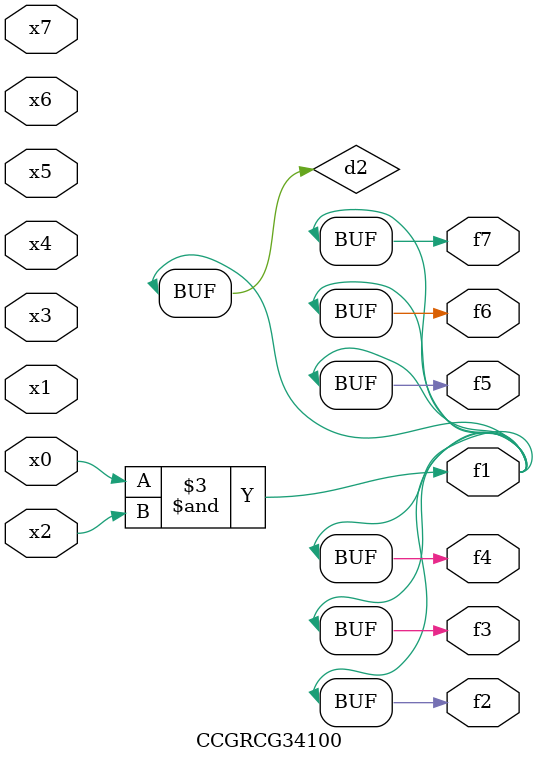
<source format=v>
module CCGRCG34100(
	input x0, x1, x2, x3, x4, x5, x6, x7,
	output f1, f2, f3, f4, f5, f6, f7
);

	wire d1, d2;

	nor (d1, x3, x6);
	and (d2, x0, x2);
	assign f1 = d2;
	assign f2 = d2;
	assign f3 = d2;
	assign f4 = d2;
	assign f5 = d2;
	assign f6 = d2;
	assign f7 = d2;
endmodule

</source>
